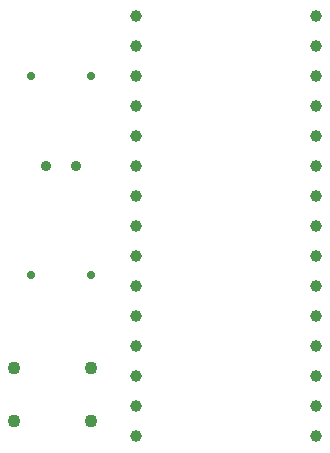
<source format=gbr>
%TF.GenerationSoftware,KiCad,Pcbnew,7.0.6*%
%TF.CreationDate,2023-08-19T22:10:19-07:00*%
%TF.ProjectId,schematic_copy_,73636865-6d61-4746-9963-5f636f70795f,rev?*%
%TF.SameCoordinates,Original*%
%TF.FileFunction,Plated,1,2,PTH,Drill*%
%TF.FilePolarity,Positive*%
%FSLAX46Y46*%
G04 Gerber Fmt 4.6, Leading zero omitted, Abs format (unit mm)*
G04 Created by KiCad (PCBNEW 7.0.6) date 2023-08-19 22:10:19*
%MOMM*%
%LPD*%
G01*
G04 APERTURE LIST*
%TA.AperFunction,ComponentDrill*%
%ADD10C,0.700000*%
%TD*%
%TA.AperFunction,ComponentDrill*%
%ADD11C,0.900000*%
%TD*%
%TA.AperFunction,ComponentDrill*%
%ADD12C,1.000000*%
%TD*%
%TA.AperFunction,ComponentDrill*%
%ADD13C,1.100000*%
%TD*%
G04 APERTURE END LIST*
D10*
%TO.C,220R1*%
X132080000Y-81280000D03*
%TO.C,10KR2*%
X132080000Y-98080000D03*
%TO.C,220R1*%
X137160000Y-81280000D03*
%TO.C,10KR2*%
X137160000Y-98080000D03*
D11*
%TO.C,BLUE_LED1*%
X133350000Y-88900000D03*
X135890000Y-88900000D03*
D12*
%TO.C,A1*%
X140970000Y-76200000D03*
X140970000Y-78740000D03*
X140970000Y-81280000D03*
X140970000Y-83820000D03*
X140970000Y-86360000D03*
X140970000Y-88900000D03*
X140970000Y-91440000D03*
X140970000Y-93980000D03*
X140970000Y-96520000D03*
X140970000Y-99060000D03*
X140970000Y-101600000D03*
X140970000Y-104140000D03*
X140970000Y-106680000D03*
X140970000Y-109220000D03*
X140970000Y-111760000D03*
X156210000Y-76200000D03*
X156210000Y-78740000D03*
X156210000Y-81280000D03*
X156210000Y-83820000D03*
X156210000Y-86360000D03*
X156210000Y-88900000D03*
X156210000Y-91440000D03*
X156210000Y-93980000D03*
X156210000Y-96520000D03*
X156210000Y-99060000D03*
X156210000Y-101600000D03*
X156210000Y-104140000D03*
X156210000Y-106680000D03*
X156210000Y-109220000D03*
X156210000Y-111760000D03*
D13*
%TO.C,SW1*%
X130660000Y-105990000D03*
X130660000Y-110490000D03*
X137160000Y-105990000D03*
X137160000Y-110490000D03*
M02*

</source>
